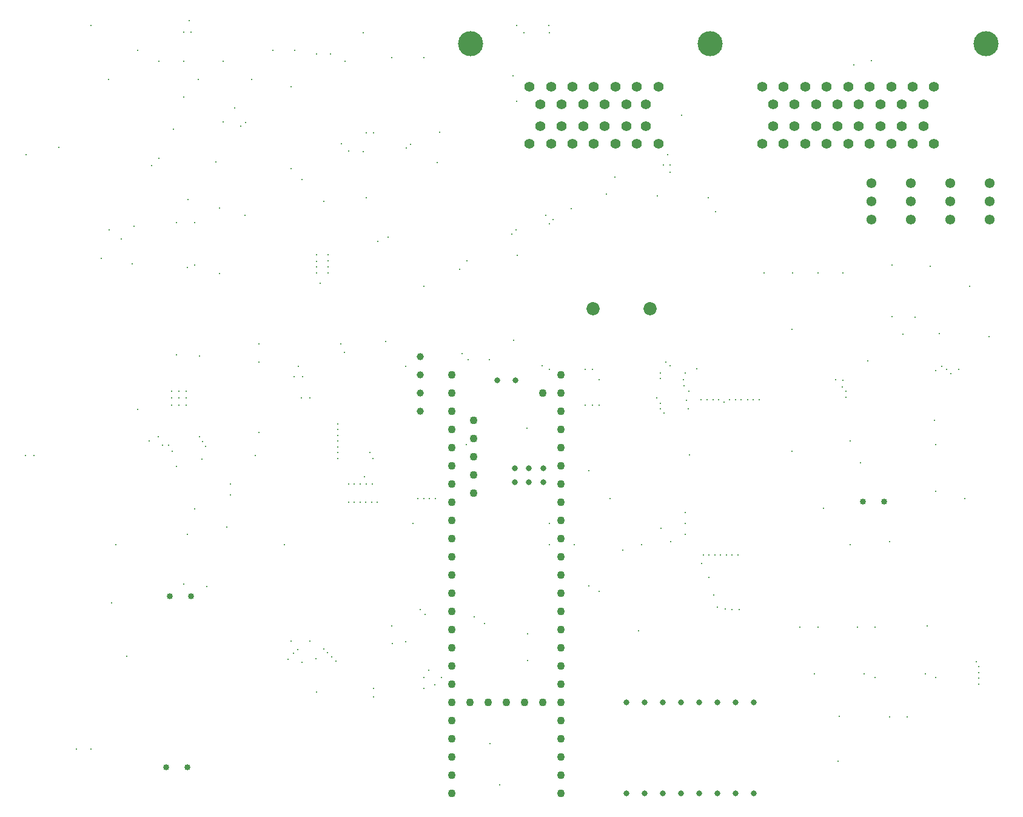
<source format=gbr>
%TF.GenerationSoftware,KiCad,Pcbnew,9.0.0*%
%TF.CreationDate,2025-06-25T14:33:09+02:00*%
%TF.ProjectId,ECU,4543552e-6b69-4636-9164-5f7063625858,0.3*%
%TF.SameCoordinates,Original*%
%TF.FileFunction,Plated,1,2,PTH,Drill*%
%TF.FilePolarity,Positive*%
%FSLAX46Y46*%
G04 Gerber Fmt 4.6, Leading zero omitted, Abs format (unit mm)*
G04 Created by KiCad (PCBNEW 9.0.0) date 2025-06-25 14:33:09*
%MOMM*%
%LPD*%
G01*
G04 APERTURE LIST*
%TA.AperFunction,ComponentDrill*%
%ADD10C,0.200000*%
%TD*%
%TA.AperFunction,ViaDrill*%
%ADD11C,0.300000*%
%TD*%
%TA.AperFunction,ComponentDrill*%
%ADD12C,0.800000*%
%TD*%
%TA.AperFunction,ComponentDrill*%
%ADD13C,0.850000*%
%TD*%
%TA.AperFunction,ComponentDrill*%
%ADD14C,1.000000*%
%TD*%
%TA.AperFunction,ComponentDrill*%
%ADD15C,1.100000*%
%TD*%
%TA.AperFunction,ComponentDrill*%
%ADD16C,1.380000*%
%TD*%
%TA.AperFunction,ComponentDrill*%
%ADD17C,1.400000*%
%TD*%
%TA.AperFunction,ComponentDrill*%
%ADD18C,1.850000*%
%TD*%
%TA.AperFunction,ComponentDrill*%
%ADD19C,3.500000*%
%TD*%
G04 APERTURE END LIST*
D10*
%TO.C,U15*%
X92300000Y-85000000D03*
X92300000Y-86000000D03*
X92300000Y-87000000D03*
X93300000Y-85000000D03*
X93300000Y-86000000D03*
X93300000Y-87000000D03*
X94300000Y-85000000D03*
X94300000Y-86000000D03*
X94300000Y-87000000D03*
%TD*%
D11*
X71874000Y-94000000D03*
X72000000Y-52000000D03*
X73074000Y-94000000D03*
X76501000Y-51001000D03*
X79000000Y-135000000D03*
X81000000Y-34000000D03*
X81000000Y-135000000D03*
X82500000Y-66500000D03*
X83500000Y-41500000D03*
X83600000Y-62500000D03*
X83900000Y-114600000D03*
X84500000Y-106500000D03*
X85241365Y-63758635D03*
X86000000Y-122000000D03*
X86741365Y-67258635D03*
X87000000Y-62000000D03*
X87500000Y-37500000D03*
X87500000Y-87600000D03*
X89137500Y-92000000D03*
X89463235Y-53536765D03*
X90450000Y-91400000D03*
X90500000Y-39000000D03*
X90500000Y-52500000D03*
X91050000Y-92600000D03*
X91850003Y-92600000D03*
X92400000Y-93400000D03*
X92500000Y-48500000D03*
X92950000Y-80000000D03*
X93000000Y-61500000D03*
X93000000Y-95500000D03*
X94000000Y-34900000D03*
X94000000Y-39000000D03*
X94000000Y-44000000D03*
X94000000Y-112000000D03*
X94500000Y-67796000D03*
X94500000Y-105000000D03*
X94547469Y-58300000D03*
X94775735Y-33275735D03*
X95000000Y-34900000D03*
X95500000Y-61500000D03*
X95500000Y-67395000D03*
X95500000Y-101500000D03*
X96000000Y-41500000D03*
X96176891Y-91398015D03*
X96199265Y-80149265D03*
X96500000Y-94500000D03*
X96635662Y-92053400D03*
X97049886Y-92737814D03*
X97194315Y-112305685D03*
X98500000Y-53000000D03*
X99000000Y-59500000D03*
X99000000Y-68595000D03*
X99500000Y-39000000D03*
X99500000Y-47451000D03*
X100000000Y-104000000D03*
X100500000Y-98000000D03*
X100500000Y-99500000D03*
X101100000Y-45500000D03*
X101900000Y-48075500D03*
X102500000Y-60500000D03*
X102600000Y-47500000D03*
X103500000Y-41500000D03*
X104000000Y-94000000D03*
X104500000Y-78400000D03*
X104500000Y-81000000D03*
X104500000Y-90799000D03*
X106400000Y-37500000D03*
X108000000Y-106500000D03*
X108500000Y-122500000D03*
X109000000Y-42500000D03*
X109000000Y-54000000D03*
X109000000Y-119900000D03*
X109342374Y-121648416D03*
X109400000Y-82983235D03*
X109500000Y-37500000D03*
X109924820Y-121100000D03*
X110000000Y-81600000D03*
X110400000Y-86000000D03*
X110482727Y-122912500D03*
X110500000Y-55500000D03*
X110600000Y-82995177D03*
X111590450Y-119909550D03*
X111600000Y-86000000D03*
X112392420Y-122408580D03*
X112499000Y-66000000D03*
X112499000Y-66899997D03*
X112499000Y-67699999D03*
X112499000Y-68500000D03*
X112500000Y-38000000D03*
X112500000Y-127000000D03*
X113000000Y-69999000D03*
X113500000Y-58500000D03*
X113514715Y-120985285D03*
X114080402Y-121550972D03*
X114100000Y-66000000D03*
X114100000Y-66851470D03*
X114100000Y-67651473D03*
X114100000Y-68500000D03*
X114500000Y-38000000D03*
X114646089Y-122116660D03*
X115211776Y-122682347D03*
X115443342Y-92799000D03*
X115500000Y-89599991D03*
X115500000Y-90399994D03*
X115500000Y-91199997D03*
X115500000Y-92000000D03*
X115500000Y-94400009D03*
X115517232Y-93595583D03*
X115900000Y-78400000D03*
X116000000Y-50500000D03*
X116382330Y-79600000D03*
X116500000Y-39000000D03*
X117000000Y-51500000D03*
X117000000Y-98000000D03*
X117000000Y-100500000D03*
X117800003Y-98000000D03*
X117800003Y-100500000D03*
X118600006Y-98000000D03*
X118600006Y-100500000D03*
X119000000Y-35000000D03*
X119000000Y-51600000D03*
X119200006Y-97000000D03*
X119400009Y-100500000D03*
X119500000Y-49000000D03*
X119500000Y-58000000D03*
X119500000Y-98000000D03*
X120000000Y-93600006D03*
X120200012Y-100500000D03*
X120324266Y-98024263D03*
X120400009Y-94400009D03*
X120500000Y-49000000D03*
X120500000Y-126501000D03*
X120500000Y-127701000D03*
X121000015Y-100500000D03*
X121100000Y-64100000D03*
X122200000Y-78100000D03*
X122500000Y-63500000D03*
X123000000Y-38500000D03*
X123000000Y-117824000D03*
X123100000Y-120300000D03*
X125000000Y-81600000D03*
X125000000Y-120000000D03*
X125007631Y-51082998D03*
X125600000Y-50545315D03*
X126000000Y-103500000D03*
X126699997Y-100000000D03*
X127000000Y-115500000D03*
X127500000Y-38500000D03*
X127500000Y-70400000D03*
X127500000Y-100000000D03*
X127500000Y-125000000D03*
X127500000Y-126500000D03*
X127675735Y-116175735D03*
X128201000Y-124000000D03*
X128300003Y-100000000D03*
X129000000Y-126000000D03*
X129100006Y-100000000D03*
X129358615Y-53141385D03*
X129700000Y-48900000D03*
X130000000Y-125000000D03*
X132500000Y-68000000D03*
X132825735Y-79825735D03*
X133437784Y-92468200D03*
X133550000Y-66800000D03*
X133674265Y-80674265D03*
X134500000Y-116500000D03*
X136000000Y-117500000D03*
X136674265Y-80674265D03*
X136700000Y-134200000D03*
X138100000Y-140000000D03*
X139802473Y-63099000D03*
X139950735Y-41049265D03*
X140065687Y-77934313D03*
X140402473Y-62499000D03*
X140500000Y-34000000D03*
X140500000Y-44600000D03*
X140565687Y-66100000D03*
X141500000Y-35000000D03*
X141900000Y-90200000D03*
X142000000Y-118900000D03*
X142000000Y-122600000D03*
X144000000Y-81500000D03*
X144500000Y-60500000D03*
X144987892Y-34000000D03*
X145000000Y-35000000D03*
X145000000Y-82000000D03*
X145000000Y-103500000D03*
X145000000Y-106489000D03*
X145005470Y-61697000D03*
X145538003Y-61100000D03*
X148075735Y-59575735D03*
X148500000Y-106489000D03*
X149750000Y-48000000D03*
X150000000Y-82000000D03*
X150000000Y-87000000D03*
X150500000Y-96100000D03*
X150567241Y-112245000D03*
X151000000Y-82000000D03*
X151000000Y-87000000D03*
X151985000Y-112985000D03*
X152000000Y-83390000D03*
X152000000Y-87000000D03*
X153000000Y-57500000D03*
X153515515Y-100015515D03*
X154174264Y-55174265D03*
X155250000Y-107250000D03*
X157500000Y-118500000D03*
X157905000Y-106500000D03*
X160000000Y-86000000D03*
X160100000Y-57800000D03*
X160500000Y-82500000D03*
X160500000Y-83300003D03*
X160500000Y-86699997D03*
X160500000Y-87500000D03*
X160600000Y-104211000D03*
X160924264Y-53424264D03*
X161065687Y-88100000D03*
X161300000Y-80953390D03*
X161500000Y-52000000D03*
X161900000Y-53500000D03*
X161900000Y-54500000D03*
X161900000Y-81500000D03*
X162000000Y-106000000D03*
X163500000Y-46500000D03*
X163700000Y-83400000D03*
X163800000Y-84300000D03*
X164000000Y-82500000D03*
X164000000Y-102000000D03*
X164000000Y-103500000D03*
X164000000Y-105000000D03*
X164200000Y-86300000D03*
X164400000Y-87500000D03*
X164500000Y-85000000D03*
X164600000Y-93900000D03*
X165593000Y-81900000D03*
X166193000Y-86264817D03*
X166323268Y-109125262D03*
X166523250Y-107925262D03*
X167041527Y-86264817D03*
X167250000Y-58000000D03*
X167323253Y-107925262D03*
X167323268Y-111025262D03*
X167890055Y-86264817D03*
X168000000Y-113500000D03*
X168123256Y-107925262D03*
X168200000Y-60000000D03*
X168471768Y-115173762D03*
X168693000Y-86264817D03*
X168923259Y-107925262D03*
X169437827Y-86556769D03*
X169622265Y-115424265D03*
X169722495Y-107890254D03*
X170193000Y-86264817D03*
X170500000Y-115500000D03*
X170522437Y-107900000D03*
X170993003Y-86264817D03*
X171322440Y-107900000D03*
X171500000Y-115500000D03*
X171793006Y-86264817D03*
X172693000Y-86264817D03*
X173493003Y-86264817D03*
X174293006Y-86264817D03*
X175000000Y-68500000D03*
X178900000Y-76400000D03*
X178900000Y-93400000D03*
X179000000Y-68500000D03*
X180000000Y-118000000D03*
X182000000Y-124500000D03*
X182500000Y-68500000D03*
X182500000Y-118000000D03*
X183300000Y-101400000D03*
X185000000Y-83400000D03*
X185300000Y-136700000D03*
X185500000Y-130400000D03*
X185937644Y-84411950D03*
X185974265Y-83474265D03*
X186000000Y-68500000D03*
X186400000Y-85064814D03*
X186400000Y-85864817D03*
X187000000Y-92000000D03*
X187000000Y-106500000D03*
X187500000Y-39500000D03*
X188000000Y-118000000D03*
X188500000Y-95000000D03*
X189000000Y-124500000D03*
X189500000Y-80800000D03*
X190000000Y-38900000D03*
X190500000Y-118000000D03*
X190500000Y-125000000D03*
X192500000Y-106000000D03*
X192500000Y-130500000D03*
X192900000Y-67400000D03*
X192900000Y-74600000D03*
X194400000Y-77100000D03*
X195000000Y-130500000D03*
X196100000Y-74700000D03*
X197500000Y-124500000D03*
X197750000Y-117800000D03*
X198200000Y-67600000D03*
X198765000Y-89100000D03*
X199000000Y-82148442D03*
X199000000Y-92500000D03*
X199000000Y-99000000D03*
X199000000Y-125000000D03*
X199500000Y-77000000D03*
X199798466Y-81548442D03*
X200500000Y-82000000D03*
X201065687Y-82565687D03*
X202196322Y-82002177D03*
X203000000Y-100000000D03*
X203700000Y-70400000D03*
X204656894Y-122784467D03*
X204998272Y-124305814D03*
X204999729Y-125905816D03*
X205000263Y-125105814D03*
X205002793Y-123505825D03*
X206400000Y-77400000D03*
D12*
%TO.C,U1*%
X137730000Y-83520000D03*
X140181600Y-95760000D03*
X140181600Y-97760000D03*
X140270000Y-83520000D03*
X142181600Y-95760000D03*
X142181600Y-97760000D03*
X144181600Y-95760000D03*
X144181600Y-97760000D03*
%TO.C,A1*%
X155760000Y-128500000D03*
X155760000Y-141200000D03*
X158300000Y-128500000D03*
X158300000Y-141200000D03*
X160840000Y-128500000D03*
X160840000Y-141200000D03*
X163380000Y-128500000D03*
X163380000Y-141200000D03*
X165920000Y-128500000D03*
X165920000Y-141200000D03*
X168460000Y-128500000D03*
X168460000Y-141200000D03*
X171000000Y-128500000D03*
X171000000Y-141200000D03*
X173540000Y-128500000D03*
X173540000Y-141200000D03*
D13*
%TO.C,SW2*%
X91500000Y-137500000D03*
%TO.C,SW1*%
X92000000Y-113675000D03*
%TO.C,SW2*%
X94500000Y-137500000D03*
%TO.C,SW1*%
X95000000Y-113675000D03*
%TO.C,SW4*%
X188765000Y-100475000D03*
X191765000Y-100475000D03*
D14*
%TO.C,J1*%
X127000000Y-80190000D03*
X127000000Y-82730000D03*
X127000000Y-85270000D03*
X127000000Y-87810000D03*
D15*
%TO.C,U1*%
X131380000Y-82790000D03*
X131380000Y-85330000D03*
X131380000Y-87870000D03*
X131380000Y-90410000D03*
X131380000Y-92950000D03*
X131380000Y-95490000D03*
X131380000Y-98030000D03*
X131380000Y-100570000D03*
X131380000Y-103110000D03*
X131380000Y-105650000D03*
X131380000Y-108190000D03*
X131380000Y-110730000D03*
X131380000Y-113270000D03*
X131380000Y-115810000D03*
X131380000Y-118350000D03*
X131380000Y-120890000D03*
X131380000Y-123430000D03*
X131380000Y-125970000D03*
X131380000Y-128510000D03*
X131380000Y-131050000D03*
X131380000Y-133590000D03*
X131380000Y-136130000D03*
X131380000Y-138670000D03*
X131380000Y-141210000D03*
X133920000Y-128510000D03*
X134430800Y-89089200D03*
X134430800Y-91629200D03*
X134430800Y-94169200D03*
X134430800Y-96709200D03*
X134430800Y-99249200D03*
X136460000Y-128510000D03*
X139000000Y-128510000D03*
X141540000Y-128510000D03*
X144080000Y-85330000D03*
X144080000Y-128510000D03*
X146620000Y-82790000D03*
X146620000Y-85330000D03*
X146620000Y-87870000D03*
X146620000Y-90410000D03*
X146620000Y-92950000D03*
X146620000Y-95490000D03*
X146620000Y-98030000D03*
X146620000Y-100570000D03*
X146620000Y-103110000D03*
X146620000Y-105650000D03*
X146620000Y-108190000D03*
X146620000Y-110730000D03*
X146620000Y-113270000D03*
X146620000Y-115810000D03*
X146620000Y-118350000D03*
X146620000Y-120890000D03*
X146620000Y-123430000D03*
X146620000Y-125970000D03*
X146620000Y-128510000D03*
X146620000Y-131050000D03*
X146620000Y-133590000D03*
X146620000Y-136130000D03*
X146620000Y-138670000D03*
X146620000Y-141210000D03*
D16*
%TO.C,Q6*%
X190000000Y-56000000D03*
X190000000Y-58540000D03*
X190000000Y-61080000D03*
%TO.C,Q5*%
X195500000Y-56000000D03*
X195500000Y-58540000D03*
X195500000Y-61080000D03*
%TO.C,Q4*%
X201000000Y-56000000D03*
X201000000Y-58540000D03*
X201000000Y-61080000D03*
%TO.C,Q7*%
X206500000Y-56000000D03*
X206500000Y-58540000D03*
X206500000Y-61080000D03*
D17*
%TO.C,J5*%
X142250000Y-42500000D03*
X142250000Y-50500000D03*
X143750000Y-45000000D03*
X143750000Y-48000000D03*
X145250000Y-42500000D03*
X145250000Y-50500000D03*
X146750000Y-45000000D03*
X146750000Y-48000000D03*
X148250000Y-42500000D03*
X148250000Y-50500000D03*
X149750000Y-45000000D03*
X149750000Y-48000000D03*
X151250000Y-42500000D03*
X151250000Y-50500000D03*
X152750000Y-45000000D03*
X152750000Y-48000000D03*
X154250000Y-42500000D03*
X154250000Y-50500000D03*
X155750000Y-45000000D03*
X155750000Y-48000000D03*
X157250000Y-42500000D03*
X157250000Y-50500000D03*
X158500000Y-45000000D03*
X158500000Y-48000000D03*
X160250000Y-42500000D03*
X160250000Y-50500000D03*
X174750000Y-42500000D03*
X174750000Y-50500000D03*
X176250000Y-45000000D03*
X176250000Y-48000000D03*
X177750000Y-42500000D03*
X177750000Y-50500000D03*
X179250000Y-45000000D03*
X179250000Y-48000000D03*
X180750000Y-42500000D03*
X180750000Y-50500000D03*
X182250000Y-45000000D03*
X182250000Y-48000000D03*
X183750000Y-42500000D03*
X183750000Y-50500000D03*
X185250000Y-45000000D03*
X185250000Y-48000000D03*
X186750000Y-42500000D03*
X186750000Y-50500000D03*
X188250000Y-45000000D03*
X188250000Y-48000000D03*
X189750000Y-42500000D03*
X189750000Y-50500000D03*
X191250000Y-45000000D03*
X191250000Y-48000000D03*
X192750000Y-42500000D03*
X192750000Y-50500000D03*
X194250000Y-45000000D03*
X194250000Y-48000000D03*
X195750000Y-42500000D03*
X195750000Y-50500000D03*
X197250000Y-45000000D03*
X197250000Y-48000000D03*
X198750000Y-42500000D03*
X198750000Y-50500000D03*
D18*
%TO.C,BT1*%
X151100000Y-73500000D03*
X159100000Y-73500000D03*
D19*
%TO.C,J5*%
X134000000Y-36500000D03*
X167500000Y-36500000D03*
X206000000Y-36500000D03*
M02*

</source>
